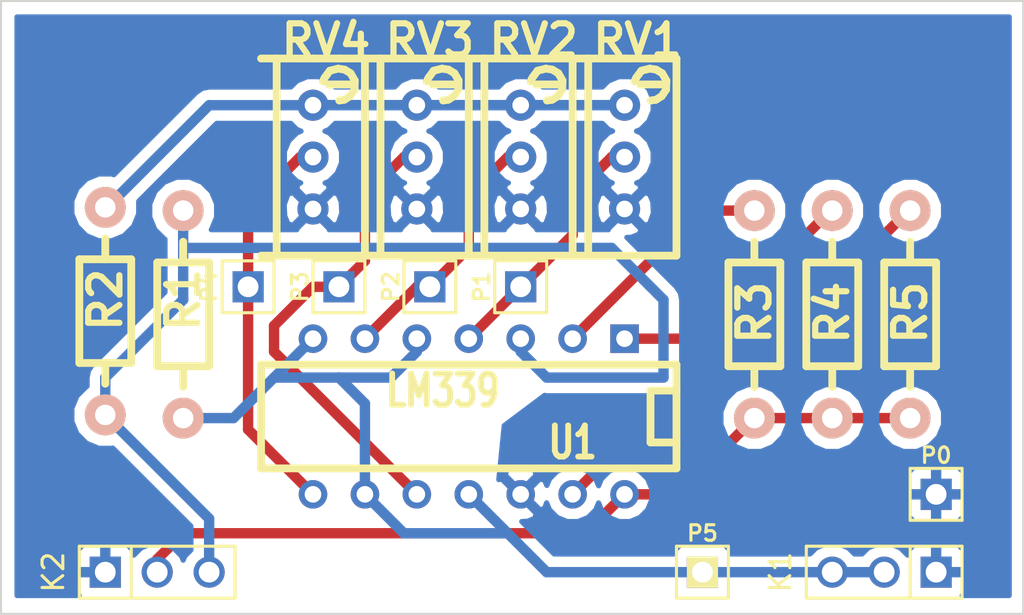
<source format=kicad_pcb>
(kicad_pcb (version 3) (host pcbnew "(2014-04-19 BZR 4810)-product")

  (general
    (links 36)
    (no_connects 0)
    (area 126.31458 74.373 176.530001 104.530001)
    (thickness 1.6)
    (drawings 4)
    (tracks 76)
    (zones 0)
    (modules 18)
    (nets 13)
  )

  (page A4)
  (title_block
    (title "Roland VH to Yamaha DTX adapter")
    (date "20 Apr 2014")
    (rev 1)
  )

  (layers
    (15 F.Cu signal)
    (0 B.Cu signal)
    (20 B.SilkS user)
    (21 F.SilkS user)
    (23 F.Mask user)
    (28 Edge.Cuts user)
  )

  (setup
    (last_trace_width 0.508)
    (user_trace_width 0.254)
    (trace_clearance 0.508)
    (zone_clearance 0.508)
    (zone_45_only no)
    (trace_min 0.508)
    (segment_width 0.2)
    (edge_width 0.1)
    (via_size 1.778)
    (via_drill 1.27)
    (via_min_size 1.778)
    (via_min_drill 0.508)
    (uvia_size 1.016)
    (uvia_drill 0.254)
    (uvias_allowed no)
    (uvia_min_size 1.016)
    (uvia_min_drill 0.127)
    (pcb_text_width 0.3)
    (pcb_text_size 1.5 1.5)
    (mod_edge_width 0.15)
    (mod_text_size 1 1)
    (mod_text_width 0.15)
    (pad_size 1.5 1.5)
    (pad_drill 0.6)
    (pad_to_mask_clearance 0)
    (aux_axis_origin 0 0)
    (grid_origin 126.5 74.5)
    (visible_elements 7FFFFFFF)
    (pcbplotparams
      (layerselection 280002561)
      (usegerberextensions true)
      (excludeedgelayer true)
      (linewidth 0.150000)
      (plotframeref false)
      (viasonmask false)
      (mode 1)
      (useauxorigin false)
      (hpglpennumber 1)
      (hpglpenspeed 20)
      (hpglpendiameter 15)
      (hpglpenoverlay 2)
      (psnegative false)
      (psa4output false)
      (plotreference true)
      (plotvalue true)
      (plotothertext true)
      (plotinvisibletext false)
      (padsonsilk false)
      (subtractmaskfromsilk false)
      (outputformat 1)
      (mirror false)
      (drillshape 0)
      (scaleselection 1)
      (outputdirectory ""))
  )

  (net 0 "")
  (net 1 GND)
  (net 2 +3.3V)
  (net 3 "Net-(K1-Pad2)")
  (net 4 "Net-(K2-Pad2)")
  (net 5 "Net-(R2-Pad2)")
  (net 6 "Net-(R3-Pad1)")
  (net 7 "Net-(R4-Pad1)")
  (net 8 "Net-(R5-Pad1)")
  (net 9 "Net-(P1-Pad1)")
  (net 10 "Net-(P2-Pad1)")
  (net 11 "Net-(P3-Pad1)")
  (net 12 "Net-(P4-Pad1)")

  (net_class Default "Это класс цепей по умолчанию."
    (clearance 0.508)
    (trace_width 0.508)
    (via_dia 1.778)
    (via_drill 1.27)
    (uvia_dia 1.016)
    (uvia_drill 0.254)
    (add_net +3.3V)
    (add_net GND)
    (add_net "Net-(K1-Pad2)")
    (add_net "Net-(K2-Pad2)")
    (add_net "Net-(P1-Pad1)")
    (add_net "Net-(P2-Pad1)")
    (add_net "Net-(P3-Pad1)")
    (add_net "Net-(P4-Pad1)")
    (add_net "Net-(R2-Pad2)")
    (add_net "Net-(R3-Pad1)")
    (add_net "Net-(R4-Pad1)")
    (add_net "Net-(R5-Pad1)")
  )

  (net_class "10mil Track" ""
    (clearance 0.254)
    (trace_width 0.254)
    (via_dia 0.889)
    (via_drill 0.635)
    (uvia_dia 0.508)
    (uvia_drill 0.127)
  )

  (module pin_arrays:pin_array_1x03 (layer F.Cu) (tedit 536EB48E) (tstamp 53543CFF)
    (at 169.68 102.44 180)
    (descr "Connecteur 3 pins")
    (tags "CONN DEV")
    (path /534989AC)
    (fp_text reference K1 (at 5.08 0 270) (layer F.SilkS)
      (effects (font (size 1.016 1.016) (thickness 0.1524)))
    )
    (fp_text value "To VHH" (at 0 1.905 180) (layer F.SilkS) hide
      (effects (font (size 1.016 1.016) (thickness 0.1524)))
    )
    (fp_line (start -3.81 1.27) (end -3.81 -1.27) (layer F.SilkS) (width 0.1524))
    (fp_line (start -3.81 -1.27) (end 3.81 -1.27) (layer F.SilkS) (width 0.1524))
    (fp_line (start 3.81 -1.27) (end 3.81 1.27) (layer F.SilkS) (width 0.1524))
    (fp_line (start 3.81 1.27) (end -3.81 1.27) (layer F.SilkS) (width 0.1524))
    (fp_line (start -1.27 -1.27) (end -1.27 1.27) (layer F.SilkS) (width 0.1524))
    (pad 1 thru_hole rect (at -2.54 0 180) (size 1.524 1.524) (drill 1.016) (layers *.Cu *.Mask)
      (net 1 GND))
    (pad 2 thru_hole circle (at 0 0 180) (size 1.524 1.524) (drill 1.016) (layers *.Cu *.Mask)
      (net 3 "Net-(K1-Pad2)"))
    (pad 3 thru_hole circle (at 2.54 0 180) (size 1.524 1.524) (drill 1.016) (layers *.Cu *.Mask)
      (net 3 "Net-(K1-Pad2)"))
    (model pin_array/pins_array_3x1.wrl
      (at (xyz 0 0 0))
      (scale (xyz 1 1 1))
      (rotate (xyz 0 0 0))
    )
  )

  (module pin_arrays:pin_array_1x03 (layer F.Cu) (tedit 536ECB07) (tstamp 53543D06)
    (at 134.12 102.44)
    (descr "Connecteur 3 pins")
    (tags "CONN DEV")
    (path /534989BB)
    (fp_text reference K2 (at -5.08 0 90) (layer F.SilkS)
      (effects (font (size 1.016 1.016) (thickness 0.1524)))
    )
    (fp_text value "To DTX" (at 0 -2.159) (layer F.SilkS) hide
      (effects (font (size 1.016 1.016) (thickness 0.1524)))
    )
    (fp_line (start -3.81 1.27) (end -3.81 -1.27) (layer F.SilkS) (width 0.1524))
    (fp_line (start -3.81 -1.27) (end 3.81 -1.27) (layer F.SilkS) (width 0.1524))
    (fp_line (start 3.81 -1.27) (end 3.81 1.27) (layer F.SilkS) (width 0.1524))
    (fp_line (start 3.81 1.27) (end -3.81 1.27) (layer F.SilkS) (width 0.1524))
    (fp_line (start -1.27 -1.27) (end -1.27 1.27) (layer F.SilkS) (width 0.1524))
    (pad 1 thru_hole rect (at -2.54 0) (size 1.524 1.524) (drill 1.016) (layers *.Cu *.Mask)
      (net 1 GND))
    (pad 2 thru_hole circle (at 0 0) (size 1.524 1.524) (drill 1.016) (layers *.Cu *.Mask)
      (net 4 "Net-(K2-Pad2)"))
    (pad 3 thru_hole circle (at 2.54 0) (size 1.524 1.524) (drill 1.016) (layers *.Cu *.Mask)
      (net 2 +3.3V))
    (model pin_array/pins_array_3x1.wrl
      (at (xyz 0 0 0))
      (scale (xyz 1 1 1))
      (rotate (xyz 0 0 0))
    )
  )

  (module res2:Resistor_Horizontal_RM10mm (layer F.Cu) (tedit 536EB513) (tstamp 53543D0C)
    (at 135.39 89.74 270)
    (descr "Resistor, Axial,  RM 10mm, 1/3W,")
    (tags "Resistor, Axial, RM 10mm, 1/3W,")
    (path /5349873D)
    (fp_text reference R1 (at -0.635 0 270) (layer F.SilkS)
      (effects (font (thickness 0.3048)))
    )
    (fp_text value 100k (at 0 5.715 270) (layer F.SilkS) hide
      (effects (font (size 1.50114 1.50114) (thickness 0.20066)))
    )
    (fp_line (start -2.46126 0) (end -3.47726 0) (layer F.SilkS) (width 0.381))
    (fp_line (start 2.61874 0) (end 3.63474 0) (layer F.SilkS) (width 0.381))
    (fp_line (start -2.46126 -1.27) (end 2.61874 -1.27) (layer F.SilkS) (width 0.381))
    (fp_line (start 2.61874 -1.27) (end 2.61874 1.27) (layer F.SilkS) (width 0.381))
    (fp_line (start 2.61874 1.27) (end -2.46126 1.27) (layer F.SilkS) (width 0.381))
    (fp_line (start -2.46126 1.27) (end -2.46126 -1.27) (layer F.SilkS) (width 0.381))
    (pad 1 thru_hole circle (at -5.00126 0 270) (size 1.99898 1.99898) (drill 1.00076) (layers *.Cu *.SilkS *.Mask)
      (net 2 +3.3V))
    (pad 2 thru_hole circle (at 5.15874 0 270) (size 1.99898 1.99898) (drill 1.00076) (layers *.Cu *.SilkS *.Mask)
      (net 3 "Net-(K1-Pad2)"))
  )

  (module res2:Resistor_Horizontal_RM10mm (layer F.Cu) (tedit 536EB517) (tstamp 53543D12)
    (at 131.58 89.74 90)
    (descr "Resistor, Axial,  RM 10mm, 1/3W,")
    (tags "Resistor, Axial, RM 10mm, 1/3W,")
    (path /5349872E)
    (fp_text reference R2 (at 0.635 0 90) (layer F.SilkS)
      (effects (font (thickness 0.3048)))
    )
    (fp_text value 100k (at 0 1.905 90) (layer F.SilkS) hide
      (effects (font (size 1.50114 1.50114) (thickness 0.20066)))
    )
    (fp_line (start -2.46126 0) (end -3.47726 0) (layer F.SilkS) (width 0.381))
    (fp_line (start 2.61874 0) (end 3.63474 0) (layer F.SilkS) (width 0.381))
    (fp_line (start -2.46126 -1.27) (end 2.61874 -1.27) (layer F.SilkS) (width 0.381))
    (fp_line (start 2.61874 -1.27) (end 2.61874 1.27) (layer F.SilkS) (width 0.381))
    (fp_line (start 2.61874 1.27) (end -2.46126 1.27) (layer F.SilkS) (width 0.381))
    (fp_line (start -2.46126 1.27) (end -2.46126 -1.27) (layer F.SilkS) (width 0.381))
    (pad 1 thru_hole circle (at -5.00126 0 90) (size 1.99898 1.99898) (drill 1.00076) (layers *.Cu *.SilkS *.Mask)
      (net 2 +3.3V))
    (pad 2 thru_hole circle (at 5.15874 0 90) (size 1.99898 1.99898) (drill 1.00076) (layers *.Cu *.SilkS *.Mask)
      (net 5 "Net-(R2-Pad2)"))
  )

  (module res2:Resistor_Horizontal_RM10mm (layer F.Cu) (tedit 536EB990) (tstamp 53544DD9)
    (at 163.33 89.74 270)
    (descr "Resistor, Axial,  RM 10mm, 1/3W,")
    (tags "Resistor, Axial, RM 10mm, 1/3W,")
    (path /53498543)
    (fp_text reference R3 (at 0 0 270) (layer F.SilkS)
      (effects (font (thickness 0.3048)))
    )
    (fp_text value 150k (at 0.635 1.905 270) (layer F.SilkS) hide
      (effects (font (size 1.50114 1.50114) (thickness 0.20066)))
    )
    (fp_line (start -2.46126 0) (end -3.47726 0) (layer F.SilkS) (width 0.381))
    (fp_line (start 2.61874 0) (end 3.63474 0) (layer F.SilkS) (width 0.381))
    (fp_line (start -2.46126 -1.27) (end 2.61874 -1.27) (layer F.SilkS) (width 0.381))
    (fp_line (start 2.61874 -1.27) (end 2.61874 1.27) (layer F.SilkS) (width 0.381))
    (fp_line (start 2.61874 1.27) (end -2.46126 1.27) (layer F.SilkS) (width 0.381))
    (fp_line (start -2.46126 1.27) (end -2.46126 -1.27) (layer F.SilkS) (width 0.381))
    (pad 1 thru_hole circle (at -5.00126 0 270) (size 1.99898 1.99898) (drill 1.00076) (layers *.Cu *.SilkS *.Mask)
      (net 6 "Net-(R3-Pad1)"))
    (pad 2 thru_hole circle (at 5.15874 0 270) (size 1.99898 1.99898) (drill 1.00076) (layers *.Cu *.SilkS *.Mask)
      (net 4 "Net-(K2-Pad2)"))
  )

  (module res2:Resistor_Horizontal_RM10mm (layer F.Cu) (tedit 536EB505) (tstamp 53543D1E)
    (at 167.14 89.74 270)
    (descr "Resistor, Axial,  RM 10mm, 1/3W,")
    (tags "Resistor, Axial, RM 10mm, 1/3W,")
    (path /53498552)
    (fp_text reference R4 (at 0 0 270) (layer F.SilkS)
      (effects (font (thickness 0.3048)))
    )
    (fp_text value 47k (at 0 1.905 270) (layer F.SilkS) hide
      (effects (font (size 1.50114 1.50114) (thickness 0.20066)))
    )
    (fp_line (start -2.46126 0) (end -3.47726 0) (layer F.SilkS) (width 0.381))
    (fp_line (start 2.61874 0) (end 3.63474 0) (layer F.SilkS) (width 0.381))
    (fp_line (start -2.46126 -1.27) (end 2.61874 -1.27) (layer F.SilkS) (width 0.381))
    (fp_line (start 2.61874 -1.27) (end 2.61874 1.27) (layer F.SilkS) (width 0.381))
    (fp_line (start 2.61874 1.27) (end -2.46126 1.27) (layer F.SilkS) (width 0.381))
    (fp_line (start -2.46126 1.27) (end -2.46126 -1.27) (layer F.SilkS) (width 0.381))
    (pad 1 thru_hole circle (at -5.00126 0 270) (size 1.99898 1.99898) (drill 1.00076) (layers *.Cu *.SilkS *.Mask)
      (net 7 "Net-(R4-Pad1)"))
    (pad 2 thru_hole circle (at 5.15874 0 270) (size 1.99898 1.99898) (drill 1.00076) (layers *.Cu *.SilkS *.Mask)
      (net 4 "Net-(K2-Pad2)"))
  )

  (module res2:Resistor_Horizontal_RM10mm (layer F.Cu) (tedit 536EB98D) (tstamp 53543D24)
    (at 170.95 89.74 270)
    (descr "Resistor, Axial,  RM 10mm, 1/3W,")
    (tags "Resistor, Axial, RM 10mm, 1/3W,")
    (path /53498561)
    (fp_text reference R5 (at 0 0 270) (layer F.SilkS)
      (effects (font (thickness 0.3048)))
    )
    (fp_text value 10k (at 0 1.905 270) (layer F.SilkS) hide
      (effects (font (size 1.50114 1.50114) (thickness 0.20066)))
    )
    (fp_line (start -2.46126 0) (end -3.47726 0) (layer F.SilkS) (width 0.381))
    (fp_line (start 2.61874 0) (end 3.63474 0) (layer F.SilkS) (width 0.381))
    (fp_line (start -2.46126 -1.27) (end 2.61874 -1.27) (layer F.SilkS) (width 0.381))
    (fp_line (start 2.61874 -1.27) (end 2.61874 1.27) (layer F.SilkS) (width 0.381))
    (fp_line (start 2.61874 1.27) (end -2.46126 1.27) (layer F.SilkS) (width 0.381))
    (fp_line (start -2.46126 1.27) (end -2.46126 -1.27) (layer F.SilkS) (width 0.381))
    (pad 1 thru_hole circle (at -5.00126 0 270) (size 1.99898 1.99898) (drill 1.00076) (layers *.Cu *.SilkS *.Mask)
      (net 8 "Net-(R5-Pad1)"))
    (pad 2 thru_hole circle (at 5.15874 0 270) (size 1.99898 1.99898) (drill 1.00076) (layers *.Cu *.SilkS *.Mask)
      (net 4 "Net-(K2-Pad2)"))
  )

  (module pots:Potentiometer_Bourns_3296W_3-8Zoll_Inline_ScrewUp (layer F.Cu) (tedit 536EB567) (tstamp 53544A0C)
    (at 156.98 82.12 180)
    (descr "Potentiometer, Trimmer, Bourns 3296W, 3/8 Inch, Inline, Screw up,")
    (tags "Potentiometer, Trimmer, Bourns 3296W, 3/8 Inch, Inline, Screw up")
    (path /5349874C)
    (fp_text reference RV1 (at -0.635 5.715 360) (layer F.SilkS)
      (effects (font (thickness 0.3048)))
    )
    (fp_text value 100k (at 2.54 0 450) (layer F.SilkS) hide
      (effects (font (thickness 0.3048)))
    )
    (fp_line (start -2.032 3.556) (end -0.762 3.556) (layer F.SilkS) (width 0.381))
    (fp_line (start -1.2827 2.7686) (end -1.5367 2.8067) (layer F.SilkS) (width 0.381))
    (fp_line (start -1.5367 2.8067) (end -1.8161 2.9845) (layer F.SilkS) (width 0.381))
    (fp_line (start -1.8161 2.9845) (end -2.032 3.302) (layer F.SilkS) (width 0.381))
    (fp_line (start -2.032 3.302) (end -2.0447 3.7465) (layer F.SilkS) (width 0.381))
    (fp_line (start -2.0447 3.7465) (end -1.8415 4.1021) (layer F.SilkS) (width 0.381))
    (fp_line (start -1.8415 4.1021) (end -1.5494 4.2799) (layer F.SilkS) (width 0.381))
    (fp_line (start -1.5494 4.2799) (end -1.2319 4.3307) (layer F.SilkS) (width 0.381))
    (fp_line (start -1.2319 4.3307) (end -0.8255 4.2291) (layer F.SilkS) (width 0.381))
    (fp_line (start -0.8255 4.2291) (end -0.5715 3.8862) (layer F.SilkS) (width 0.381))
    (fp_line (start -0.5715 3.8862) (end -0.4826 3.7084) (layer F.SilkS) (width 0.381))
    (fp_line (start 1.778 -4.826) (end 1.778 4.826) (layer F.SilkS) (width 0.381))
    (fp_line (start -1.27 4.826) (end -2.54 4.826) (layer F.SilkS) (width 0.381))
    (fp_line (start -2.54 4.826) (end -2.54 -4.826) (layer F.SilkS) (width 0.381))
    (fp_line (start -2.54 -4.826) (end 2.54 -4.826) (layer F.SilkS) (width 0.381))
    (fp_line (start 2.54 4.826) (end 0 4.826) (layer F.SilkS) (width 0.381))
    (fp_line (start 0 4.826) (end -1.27 4.826) (layer F.SilkS) (width 0.381))
    (pad 2 thru_hole circle (at 0 0 180) (size 1.524 1.524) (drill 0.8128) (layers *.Cu *.Mask)
      (net 9 "Net-(P1-Pad1)"))
    (pad 3 thru_hole circle (at 0 -2.54 180) (size 1.524 1.524) (drill 0.8128) (layers *.Cu *.Mask)
      (net 1 GND))
    (pad 1 thru_hole circle (at 0 2.54 180) (size 1.524 1.524) (drill 0.8128) (layers *.Cu *.Mask)
      (net 5 "Net-(R2-Pad2)"))
  )

  (module pots:Potentiometer_Bourns_3296W_3-8Zoll_Inline_ScrewUp (layer F.Cu) (tedit 536EB56A) (tstamp 535449F3)
    (at 151.9 82.12 180)
    (descr "Potentiometer, Trimmer, Bourns 3296W, 3/8 Inch, Inline, Screw up,")
    (tags "Potentiometer, Trimmer, Bourns 3296W, 3/8 Inch, Inline, Screw up")
    (path /5349875B)
    (fp_text reference RV2 (at -0.635 5.715 360) (layer F.SilkS)
      (effects (font (thickness 0.3048)))
    )
    (fp_text value 100k (at 1.905 0 270) (layer F.SilkS) hide
      (effects (font (thickness 0.3048)))
    )
    (fp_line (start -2.032 3.556) (end -0.762 3.556) (layer F.SilkS) (width 0.381))
    (fp_line (start -1.2827 2.7686) (end -1.5367 2.8067) (layer F.SilkS) (width 0.381))
    (fp_line (start -1.5367 2.8067) (end -1.8161 2.9845) (layer F.SilkS) (width 0.381))
    (fp_line (start -1.8161 2.9845) (end -2.032 3.302) (layer F.SilkS) (width 0.381))
    (fp_line (start -2.032 3.302) (end -2.0447 3.7465) (layer F.SilkS) (width 0.381))
    (fp_line (start -2.0447 3.7465) (end -1.8415 4.1021) (layer F.SilkS) (width 0.381))
    (fp_line (start -1.8415 4.1021) (end -1.5494 4.2799) (layer F.SilkS) (width 0.381))
    (fp_line (start -1.5494 4.2799) (end -1.2319 4.3307) (layer F.SilkS) (width 0.381))
    (fp_line (start -1.2319 4.3307) (end -0.8255 4.2291) (layer F.SilkS) (width 0.381))
    (fp_line (start -0.8255 4.2291) (end -0.5715 3.8862) (layer F.SilkS) (width 0.381))
    (fp_line (start -0.5715 3.8862) (end -0.4826 3.7084) (layer F.SilkS) (width 0.381))
    (fp_line (start 1.778 -4.826) (end 1.778 4.826) (layer F.SilkS) (width 0.381))
    (fp_line (start -1.27 4.826) (end -2.54 4.826) (layer F.SilkS) (width 0.381))
    (fp_line (start -2.54 4.826) (end -2.54 -4.826) (layer F.SilkS) (width 0.381))
    (fp_line (start -2.54 -4.826) (end 2.54 -4.826) (layer F.SilkS) (width 0.381))
    (fp_line (start 2.54 4.826) (end 0 4.826) (layer F.SilkS) (width 0.381))
    (fp_line (start 0 4.826) (end -1.27 4.826) (layer F.SilkS) (width 0.381))
    (pad 2 thru_hole circle (at 0 0 180) (size 1.524 1.524) (drill 0.8128) (layers *.Cu *.Mask)
      (net 10 "Net-(P2-Pad1)"))
    (pad 3 thru_hole circle (at 0 -2.54 180) (size 1.524 1.524) (drill 0.8128) (layers *.Cu *.Mask)
      (net 1 GND))
    (pad 1 thru_hole circle (at 0 2.54 180) (size 1.524 1.524) (drill 0.8128) (layers *.Cu *.Mask)
      (net 5 "Net-(R2-Pad2)"))
  )

  (module pots:Potentiometer_Bourns_3296W_3-8Zoll_Inline_ScrewUp (layer F.Cu) (tedit 536EB56D) (tstamp 53543D39)
    (at 146.82 82.12 180)
    (descr "Potentiometer, Trimmer, Bourns 3296W, 3/8 Inch, Inline, Screw up,")
    (tags "Potentiometer, Trimmer, Bourns 3296W, 3/8 Inch, Inline, Screw up")
    (path /5349876A)
    (fp_text reference RV3 (at -0.635 5.715 360) (layer F.SilkS)
      (effects (font (thickness 0.3048)))
    )
    (fp_text value 100k (at 1.905 0 270) (layer F.SilkS) hide
      (effects (font (thickness 0.3048)))
    )
    (fp_line (start -2.032 3.556) (end -0.762 3.556) (layer F.SilkS) (width 0.381))
    (fp_line (start -1.2827 2.7686) (end -1.5367 2.8067) (layer F.SilkS) (width 0.381))
    (fp_line (start -1.5367 2.8067) (end -1.8161 2.9845) (layer F.SilkS) (width 0.381))
    (fp_line (start -1.8161 2.9845) (end -2.032 3.302) (layer F.SilkS) (width 0.381))
    (fp_line (start -2.032 3.302) (end -2.0447 3.7465) (layer F.SilkS) (width 0.381))
    (fp_line (start -2.0447 3.7465) (end -1.8415 4.1021) (layer F.SilkS) (width 0.381))
    (fp_line (start -1.8415 4.1021) (end -1.5494 4.2799) (layer F.SilkS) (width 0.381))
    (fp_line (start -1.5494 4.2799) (end -1.2319 4.3307) (layer F.SilkS) (width 0.381))
    (fp_line (start -1.2319 4.3307) (end -0.8255 4.2291) (layer F.SilkS) (width 0.381))
    (fp_line (start -0.8255 4.2291) (end -0.5715 3.8862) (layer F.SilkS) (width 0.381))
    (fp_line (start -0.5715 3.8862) (end -0.4826 3.7084) (layer F.SilkS) (width 0.381))
    (fp_line (start 1.778 -4.826) (end 1.778 4.826) (layer F.SilkS) (width 0.381))
    (fp_line (start -1.27 4.826) (end -2.54 4.826) (layer F.SilkS) (width 0.381))
    (fp_line (start -2.54 4.826) (end -2.54 -4.826) (layer F.SilkS) (width 0.381))
    (fp_line (start -2.54 -4.826) (end 2.54 -4.826) (layer F.SilkS) (width 0.381))
    (fp_line (start 2.54 4.826) (end 0 4.826) (layer F.SilkS) (width 0.381))
    (fp_line (start 0 4.826) (end -1.27 4.826) (layer F.SilkS) (width 0.381))
    (pad 2 thru_hole circle (at 0 0 180) (size 1.524 1.524) (drill 0.8128) (layers *.Cu *.Mask)
      (net 11 "Net-(P3-Pad1)"))
    (pad 3 thru_hole circle (at 0 -2.54 180) (size 1.524 1.524) (drill 0.8128) (layers *.Cu *.Mask)
      (net 1 GND))
    (pad 1 thru_hole circle (at 0 2.54 180) (size 1.524 1.524) (drill 0.8128) (layers *.Cu *.Mask)
      (net 5 "Net-(R2-Pad2)"))
  )

  (module pots:Potentiometer_Bourns_3296W_3-8Zoll_Inline_ScrewUp (layer F.Cu) (tedit 536EB56F) (tstamp 536EAD1E)
    (at 141.74 82.12 180)
    (descr "Potentiometer, Trimmer, Bourns 3296W, 3/8 Inch, Inline, Screw up,")
    (tags "Potentiometer, Trimmer, Bourns 3296W, 3/8 Inch, Inline, Screw up")
    (path /53498779)
    (fp_text reference RV4 (at -0.635 5.715 360) (layer F.SilkS)
      (effects (font (thickness 0.3048)))
    )
    (fp_text value 100k (at 1.905 0 270) (layer F.SilkS) hide
      (effects (font (thickness 0.3048)))
    )
    (fp_line (start -2.032 3.556) (end -0.762 3.556) (layer F.SilkS) (width 0.381))
    (fp_line (start -1.2827 2.7686) (end -1.5367 2.8067) (layer F.SilkS) (width 0.381))
    (fp_line (start -1.5367 2.8067) (end -1.8161 2.9845) (layer F.SilkS) (width 0.381))
    (fp_line (start -1.8161 2.9845) (end -2.032 3.302) (layer F.SilkS) (width 0.381))
    (fp_line (start -2.032 3.302) (end -2.0447 3.7465) (layer F.SilkS) (width 0.381))
    (fp_line (start -2.0447 3.7465) (end -1.8415 4.1021) (layer F.SilkS) (width 0.381))
    (fp_line (start -1.8415 4.1021) (end -1.5494 4.2799) (layer F.SilkS) (width 0.381))
    (fp_line (start -1.5494 4.2799) (end -1.2319 4.3307) (layer F.SilkS) (width 0.381))
    (fp_line (start -1.2319 4.3307) (end -0.8255 4.2291) (layer F.SilkS) (width 0.381))
    (fp_line (start -0.8255 4.2291) (end -0.5715 3.8862) (layer F.SilkS) (width 0.381))
    (fp_line (start -0.5715 3.8862) (end -0.4826 3.7084) (layer F.SilkS) (width 0.381))
    (fp_line (start 1.778 -4.826) (end 1.778 4.826) (layer F.SilkS) (width 0.381))
    (fp_line (start -1.27 4.826) (end -2.54 4.826) (layer F.SilkS) (width 0.381))
    (fp_line (start -2.54 4.826) (end -2.54 -4.826) (layer F.SilkS) (width 0.381))
    (fp_line (start -2.54 -4.826) (end 2.54 -4.826) (layer F.SilkS) (width 0.381))
    (fp_line (start 2.54 4.826) (end 0 4.826) (layer F.SilkS) (width 0.381))
    (fp_line (start 0 4.826) (end -1.27 4.826) (layer F.SilkS) (width 0.381))
    (pad 2 thru_hole circle (at 0 0 180) (size 1.524 1.524) (drill 0.8128) (layers *.Cu *.Mask)
      (net 12 "Net-(P4-Pad1)"))
    (pad 3 thru_hole circle (at 0 -2.54 180) (size 1.524 1.524) (drill 0.8128) (layers *.Cu *.Mask)
      (net 1 GND))
    (pad 1 thru_hole circle (at 0 2.54 180) (size 1.524 1.524) (drill 0.8128) (layers *.Cu *.Mask)
      (net 5 "Net-(R2-Pad2)"))
  )

  (module socket_dip:DIP-14__300 (layer F.Cu) (tedit 53543CCD) (tstamp 53543D52)
    (at 149.36 94.82 180)
    (descr "14 pins DIL package, round pads")
    (tags DIL)
    (path /53498312)
    (fp_text reference U1 (at -5.08 -1.27 180) (layer F.SilkS)
      (effects (font (size 1.524 1.143) (thickness 0.3048)))
    )
    (fp_text value LM339 (at 1.27 1.27 180) (layer F.SilkS)
      (effects (font (size 1.524 1.143) (thickness 0.3048)))
    )
    (fp_line (start -10.16 -2.54) (end 10.16 -2.54) (layer F.SilkS) (width 0.381))
    (fp_line (start 10.16 2.54) (end -10.16 2.54) (layer F.SilkS) (width 0.381))
    (fp_line (start -10.16 2.54) (end -10.16 -2.54) (layer F.SilkS) (width 0.381))
    (fp_line (start -10.16 -1.27) (end -8.89 -1.27) (layer F.SilkS) (width 0.381))
    (fp_line (start -8.89 -1.27) (end -8.89 1.27) (layer F.SilkS) (width 0.381))
    (fp_line (start -8.89 1.27) (end -10.16 1.27) (layer F.SilkS) (width 0.381))
    (fp_line (start 10.16 -2.54) (end 10.16 2.54) (layer F.SilkS) (width 0.381))
    (pad 1 thru_hole rect (at -7.62 3.81 180) (size 1.397 1.397) (drill 0.8128) (layers *.Cu *.Mask)
      (net 7 "Net-(R4-Pad1)"))
    (pad 2 thru_hole circle (at -5.08 3.81 180) (size 1.397 1.397) (drill 0.8128) (layers *.Cu *.Mask)
      (net 6 "Net-(R3-Pad1)"))
    (pad 3 thru_hole circle (at -2.54 3.81 180) (size 1.397 1.397) (drill 0.8128) (layers *.Cu *.Mask)
      (net 2 +3.3V))
    (pad 4 thru_hole circle (at 0 3.81 180) (size 1.397 1.397) (drill 0.8128) (layers *.Cu *.Mask)
      (net 9 "Net-(P1-Pad1)"))
    (pad 5 thru_hole circle (at 2.54 3.81 180) (size 1.397 1.397) (drill 0.8128) (layers *.Cu *.Mask)
      (net 3 "Net-(K1-Pad2)"))
    (pad 6 thru_hole circle (at 5.08 3.81 180) (size 1.397 1.397) (drill 0.8128) (layers *.Cu *.Mask)
      (net 10 "Net-(P2-Pad1)"))
    (pad 7 thru_hole circle (at 7.62 3.81 180) (size 1.397 1.397) (drill 0.8128) (layers *.Cu *.Mask)
      (net 3 "Net-(K1-Pad2)"))
    (pad 8 thru_hole circle (at 7.62 -3.81 180) (size 1.397 1.397) (drill 0.8128) (layers *.Cu *.Mask)
      (net 12 "Net-(P4-Pad1)"))
    (pad 9 thru_hole circle (at 5.08 -3.81 180) (size 1.397 1.397) (drill 0.8128) (layers *.Cu *.Mask)
      (net 3 "Net-(K1-Pad2)"))
    (pad 10 thru_hole circle (at 2.54 -3.81 180) (size 1.397 1.397) (drill 0.8128) (layers *.Cu *.Mask)
      (net 11 "Net-(P3-Pad1)"))
    (pad 11 thru_hole circle (at 0 -3.81 180) (size 1.397 1.397) (drill 0.8128) (layers *.Cu *.Mask)
      (net 3 "Net-(K1-Pad2)"))
    (pad 12 thru_hole circle (at -2.54 -3.81 180) (size 1.397 1.397) (drill 0.8128) (layers *.Cu *.Mask)
      (net 1 GND))
    (pad 13 thru_hole circle (at -5.08 -3.81 180) (size 1.397 1.397) (drill 0.8128) (layers *.Cu *.Mask)
      (net 8 "Net-(R5-Pad1)"))
    (pad 14 thru_hole circle (at -7.62 -3.81 180) (size 1.397 1.397) (drill 0.8128) (layers *.Cu *.Mask)
      (net 4 "Net-(K2-Pad2)"))
    (model dil/dil_14.wrl
      (at (xyz 0 0 0))
      (scale (xyz 1 1 1))
      (rotate (xyz 0 0 0))
    )
  )

  (module pin_arrays:pin_array_1x01 (layer F.Cu) (tedit 536E9670) (tstamp 536E9684)
    (at 172.22 98.63)
    (descr "1 pin")
    (tags "CONN DEV")
    (path /536EB008)
    (fp_text reference P0 (at 0 -1.905) (layer F.SilkS)
      (effects (font (size 0.762 0.762) (thickness 0.1524)))
    )
    (fp_text value " " (at 0 -1.905) (layer F.SilkS) hide
      (effects (font (size 0.762 0.762) (thickness 0.1524)))
    )
    (fp_line (start 1.27 1.27) (end -1.27 1.27) (layer F.SilkS) (width 0.1524))
    (fp_line (start -1.27 -1.27) (end 1.27 -1.27) (layer F.SilkS) (width 0.1524))
    (fp_line (start -1.27 1.27) (end -1.27 -1.27) (layer F.SilkS) (width 0.1524))
    (fp_line (start 1.27 -1.27) (end 1.27 1.27) (layer F.SilkS) (width 0.1524))
    (pad 1 thru_hole rect (at 0 0) (size 1.524 1.524) (drill 1.016) (layers *.Cu *.Mask)
      (net 1 GND))
    (model pin_array\pin_1.wrl
      (at (xyz 0 0 0))
      (scale (xyz 1 1 1))
      (rotate (xyz 0 0 0))
    )
  )

  (module pin_arrays:pin_array_1x01 (layer F.Cu) (tedit 536EA856) (tstamp 536E9689)
    (at 151.9 88.47)
    (descr "1 pin")
    (tags "CONN DEV")
    (path /536E9597)
    (fp_text reference P1 (at -1.905 0 90) (layer F.SilkS)
      (effects (font (size 0.762 0.762) (thickness 0.1524)))
    )
    (fp_text value " " (at 0 -1.905) (layer F.SilkS) hide
      (effects (font (size 0.762 0.762) (thickness 0.1524)))
    )
    (fp_line (start 1.27 1.27) (end -1.27 1.27) (layer F.SilkS) (width 0.1524))
    (fp_line (start -1.27 -1.27) (end 1.27 -1.27) (layer F.SilkS) (width 0.1524))
    (fp_line (start -1.27 1.27) (end -1.27 -1.27) (layer F.SilkS) (width 0.1524))
    (fp_line (start 1.27 -1.27) (end 1.27 1.27) (layer F.SilkS) (width 0.1524))
    (pad 1 thru_hole rect (at 0 0) (size 1.524 1.524) (drill 1.016) (layers *.Cu *.Mask)
      (net 9 "Net-(P1-Pad1)"))
    (model pin_array\pin_1.wrl
      (at (xyz 0 0 0))
      (scale (xyz 1 1 1))
      (rotate (xyz 0 0 0))
    )
  )

  (module pin_arrays:pin_array_1x01 (layer F.Cu) (tedit 536EA851) (tstamp 536E968E)
    (at 147.455 88.47)
    (descr "1 pin")
    (tags "CONN DEV")
    (path /536E95AB)
    (fp_text reference P2 (at -1.905 0 90) (layer F.SilkS)
      (effects (font (size 0.762 0.762) (thickness 0.1524)))
    )
    (fp_text value " " (at 0 -1.905) (layer F.SilkS) hide
      (effects (font (size 0.762 0.762) (thickness 0.1524)))
    )
    (fp_line (start 1.27 1.27) (end -1.27 1.27) (layer F.SilkS) (width 0.1524))
    (fp_line (start -1.27 -1.27) (end 1.27 -1.27) (layer F.SilkS) (width 0.1524))
    (fp_line (start -1.27 1.27) (end -1.27 -1.27) (layer F.SilkS) (width 0.1524))
    (fp_line (start 1.27 -1.27) (end 1.27 1.27) (layer F.SilkS) (width 0.1524))
    (pad 1 thru_hole rect (at 0 0) (size 1.524 1.524) (drill 1.016) (layers *.Cu *.Mask)
      (net 10 "Net-(P2-Pad1)"))
    (model pin_array\pin_1.wrl
      (at (xyz 0 0 0))
      (scale (xyz 1 1 1))
      (rotate (xyz 0 0 0))
    )
  )

  (module pin_arrays:pin_array_1x01 (layer F.Cu) (tedit 536EA84D) (tstamp 536E9693)
    (at 143.01 88.47)
    (descr "1 pin")
    (tags "CONN DEV")
    (path /536E95BF)
    (fp_text reference P3 (at -1.905 0 90) (layer F.SilkS)
      (effects (font (size 0.762 0.762) (thickness 0.1524)))
    )
    (fp_text value " " (at 0 -1.905) (layer F.SilkS) hide
      (effects (font (size 0.762 0.762) (thickness 0.1524)))
    )
    (fp_line (start 1.27 1.27) (end -1.27 1.27) (layer F.SilkS) (width 0.1524))
    (fp_line (start -1.27 -1.27) (end 1.27 -1.27) (layer F.SilkS) (width 0.1524))
    (fp_line (start -1.27 1.27) (end -1.27 -1.27) (layer F.SilkS) (width 0.1524))
    (fp_line (start 1.27 -1.27) (end 1.27 1.27) (layer F.SilkS) (width 0.1524))
    (pad 1 thru_hole rect (at 0 0) (size 1.524 1.524) (drill 1.016) (layers *.Cu *.Mask)
      (net 11 "Net-(P3-Pad1)"))
    (model pin_array\pin_1.wrl
      (at (xyz 0 0 0))
      (scale (xyz 1 1 1))
      (rotate (xyz 0 0 0))
    )
  )

  (module pin_arrays:pin_array_1x01 (layer F.Cu) (tedit 536EA849) (tstamp 536E9698)
    (at 138.565 88.47)
    (descr "1 pin")
    (tags "CONN DEV")
    (path /536E95D3)
    (fp_text reference P4 (at -1.905 0 90) (layer F.SilkS)
      (effects (font (size 0.762 0.762) (thickness 0.1524)))
    )
    (fp_text value " " (at 0 -1.905) (layer F.SilkS) hide
      (effects (font (size 0.762 0.762) (thickness 0.1524)))
    )
    (fp_line (start 1.27 1.27) (end -1.27 1.27) (layer F.SilkS) (width 0.1524))
    (fp_line (start -1.27 -1.27) (end 1.27 -1.27) (layer F.SilkS) (width 0.1524))
    (fp_line (start -1.27 1.27) (end -1.27 -1.27) (layer F.SilkS) (width 0.1524))
    (fp_line (start 1.27 -1.27) (end 1.27 1.27) (layer F.SilkS) (width 0.1524))
    (pad 1 thru_hole rect (at 0 0) (size 1.524 1.524) (drill 1.016) (layers *.Cu *.Mask)
      (net 12 "Net-(P4-Pad1)"))
    (model pin_array\pin_1.wrl
      (at (xyz 0 0 0))
      (scale (xyz 1 1 1))
      (rotate (xyz 0 0 0))
    )
  )

  (module pin_arrays:pin_array_1x01 (layer F.Cu) (tedit 536EB3C6) (tstamp 536EB3DE)
    (at 160.79 102.44)
    (descr "1 pin")
    (tags "CONN DEV")
    (path /536E9582)
    (fp_text reference P5 (at 0 -1.905) (layer F.SilkS)
      (effects (font (size 0.762 0.762) (thickness 0.1524)))
    )
    (fp_text value " " (at 0 -1.905) (layer F.SilkS) hide
      (effects (font (size 0.762 0.762) (thickness 0.1524)))
    )
    (fp_line (start 1.27 1.27) (end -1.27 1.27) (layer F.SilkS) (width 0.1524))
    (fp_line (start -1.27 -1.27) (end 1.27 -1.27) (layer F.SilkS) (width 0.1524))
    (fp_line (start -1.27 1.27) (end -1.27 -1.27) (layer F.SilkS) (width 0.1524))
    (fp_line (start 1.27 -1.27) (end 1.27 1.27) (layer F.SilkS) (width 0.1524))
    (pad 1 thru_hole rect (at 0 0) (size 1.524 1.524) (drill 1.016) (layers *.Cu *.Mask F.SilkS)
      (net 3 "Net-(K1-Pad2)"))
    (model pin_array\pin_1.wrl
      (at (xyz 0 0 0))
      (scale (xyz 1 1 1))
      (rotate (xyz 0 0 0))
    )
  )

  (gr_line (start 176.48 74.48) (end 126.48 74.48) (angle 90) (layer Edge.Cuts) (width 0.1))
  (gr_line (start 176.48 104.48) (end 176.48 74.48) (angle 90) (layer Edge.Cuts) (width 0.1))
  (gr_line (start 126.48 104.48) (end 176.48 104.48) (angle 90) (layer Edge.Cuts) (width 0.1))
  (gr_line (start 126.48 74.48) (end 126.48 104.48) (angle 90) (layer Edge.Cuts) (width 0.1))

  (segment (start 136.66 99.82126) (end 131.58 94.74126) (width 0.508) (layer B.Cu) (net 2) (tstamp 536E9825))
  (segment (start 136.66 102.44) (end 136.66 99.82126) (width 0.508) (layer B.Cu) (net 2))
  (segment (start 131.58 94.74126) (end 131.58 92.915) (width 0.508) (layer B.Cu) (net 2))
  (segment (start 135.39 89.105) (end 131.58 92.915) (width 0.508) (layer B.Cu) (net 2) (tstamp 536E99C5))
  (segment (start 135.39 86.565) (end 135.39 84.73874) (width 0.508) (layer B.Cu) (net 2) (tstamp 536EAD83))
  (segment (start 135.39 89.105) (end 135.39 86.565) (width 0.508) (layer B.Cu) (net 2))
  (segment (start 151.9 91.645) (end 151.9 91.01) (width 0.508) (layer B.Cu) (net 2) (tstamp 536EAD8F))
  (segment (start 156.345 86.565) (end 158.885 89.105) (width 0.508) (layer B.Cu) (net 2) (tstamp 536EAD85))
  (segment (start 158.885 89.105) (end 158.885 92.915) (width 0.508) (layer B.Cu) (net 2) (tstamp 536EAD86))
  (segment (start 158.885 92.915) (end 153.17 92.915) (width 0.508) (layer B.Cu) (net 2) (tstamp 536EAD8C))
  (segment (start 153.17 92.915) (end 151.9 91.645) (width 0.508) (layer B.Cu) (net 2) (tstamp 536EAD8D))
  (segment (start 135.39 86.565) (end 156.345 86.565) (width 0.508) (layer B.Cu) (net 2))
  (segment (start 139.835 92.915) (end 141.74 91.01) (width 0.508) (layer B.Cu) (net 3) (tstamp 536E9984))
  (segment (start 137.85126 94.89874) (end 139.835 92.915) (width 0.508) (layer B.Cu) (net 3) (tstamp 536E997C))
  (segment (start 135.39 94.89874) (end 137.85126 94.89874) (width 0.508) (layer B.Cu) (net 3))
  (segment (start 146.82 91.645) (end 146.82 91.01) (width 0.508) (layer B.Cu) (net 3) (tstamp 536E9987))
  (segment (start 145.55 92.915) (end 146.82 91.645) (width 0.508) (layer B.Cu) (net 3) (tstamp 536E9986))
  (segment (start 143.01 92.915) (end 145.55 92.915) (width 0.508) (layer B.Cu) (net 3) (tstamp 536E998F))
  (segment (start 139.835 92.915) (end 143.01 92.915) (width 0.508) (layer B.Cu) (net 3))
  (segment (start 144.28 94.185) (end 143.01 92.915) (width 0.508) (layer B.Cu) (net 3) (tstamp 536E998C))
  (segment (start 144.28 98.63) (end 144.28 94.185) (width 0.508) (layer B.Cu) (net 3))
  (segment (start 167.14 102.44) (end 169.68 102.44) (width 0.508) (layer B.Cu) (net 3))
  (segment (start 167.14 102.44) (end 160.79 102.44) (width 0.508) (layer B.Cu) (net 3))
  (segment (start 160.79 102.44) (end 153.17 102.44) (width 0.508) (layer B.Cu) (net 3))
  (segment (start 151.265 100.535) (end 153.17 102.44) (width 0.508) (layer B.Cu) (net 3) (tstamp 536EB42C))
  (segment (start 149.36 98.63) (end 151.265 100.535) (width 0.508) (layer B.Cu) (net 3))
  (segment (start 146.185 100.535) (end 144.28 98.63) (width 0.508) (layer B.Cu) (net 3) (tstamp 536EB42E))
  (segment (start 151.265 100.535) (end 146.185 100.535) (width 0.508) (layer B.Cu) (net 3))
  (segment (start 155.075 100.535) (end 156.98 98.63) (width 0.508) (layer F.Cu) (net 4) (tstamp 536E9960))
  (segment (start 135.39 100.535) (end 155.075 100.535) (width 0.508) (layer F.Cu) (net 4) (tstamp 536E995B))
  (segment (start 134.12 101.805) (end 135.39 100.535) (width 0.508) (layer F.Cu) (net 4) (tstamp 536E994D))
  (segment (start 134.12 102.44) (end 134.12 101.805) (width 0.508) (layer F.Cu) (net 4))
  (segment (start 159.59874 98.63) (end 163.33 94.89874) (width 0.508) (layer F.Cu) (net 4) (tstamp 536E9964))
  (segment (start 156.98 98.63) (end 159.59874 98.63) (width 0.508) (layer F.Cu) (net 4))
  (segment (start 163.33 94.89874) (end 167.14 94.89874) (width 0.508) (layer F.Cu) (net 4))
  (segment (start 167.14 94.89874) (end 170.95 94.89874) (width 0.508) (layer F.Cu) (net 4))
  (segment (start 136.66 79.58) (end 156.98 79.58) (width 0.508) (layer B.Cu) (net 5) (tstamp 536E97C5) (status 20))
  (segment (start 131.65874 84.58126) (end 136.66 79.58) (width 0.508) (layer B.Cu) (net 5) (tstamp 536E97BE))
  (segment (start 131.58 84.58126) (end 131.65874 84.58126) (width 0.508) (layer B.Cu) (net 5))
  (segment (start 156.98 79.58) (end 151.9 79.58) (width 0.508) (layer B.Cu) (net 5) (status 10))
  (segment (start 151.9 79.58) (end 146.82 79.58) (width 0.508) (layer B.Cu) (net 5) (status 10))
  (segment (start 146.82 79.58) (end 141.74 79.58) (width 0.508) (layer B.Cu) (net 5) (status 10))
  (segment (start 163.33 84.73874) (end 163.25126 84.73874) (width 0.508) (layer F.Cu) (net 6))
  (segment (start 160.71126 84.73874) (end 154.44 91.01) (width 0.508) (layer F.Cu) (net 6) (tstamp 536EB9A8))
  (segment (start 163.33 84.73874) (end 160.71126 84.73874) (width 0.508) (layer F.Cu) (net 6))
  (segment (start 160.79 91.01) (end 156.98 91.01) (width 0.508) (layer F.Cu) (net 7) (tstamp 536EB993))
  (segment (start 167.06126 84.73874) (end 160.79 91.01) (width 0.508) (layer F.Cu) (net 7) (tstamp 536EB992))
  (segment (start 167.14 84.73874) (end 167.06126 84.73874) (width 0.508) (layer F.Cu) (net 7))
  (segment (start 160.79 92.28) (end 154.44 98.63) (width 0.508) (layer F.Cu) (net 8) (tstamp 536EB99A))
  (segment (start 163.33 92.28) (end 160.79 92.28) (width 0.508) (layer F.Cu) (net 8) (tstamp 536EB998))
  (segment (start 170.87126 84.73874) (end 163.33 92.28) (width 0.508) (layer F.Cu) (net 8) (tstamp 536EB997))
  (segment (start 170.95 84.73874) (end 170.87126 84.73874) (width 0.508) (layer F.Cu) (net 8))
  (segment (start 154.44 85.93) (end 151.9 88.47) (width 0.508) (layer F.Cu) (net 9) (tstamp 536EB947))
  (segment (start 154.44 84.025) (end 154.44 85.93) (width 0.508) (layer F.Cu) (net 9) (tstamp 536EB946))
  (segment (start 156.345 82.12) (end 154.44 84.025) (width 0.508) (layer F.Cu) (net 9) (tstamp 536EB945))
  (segment (start 156.98 82.12) (end 156.345 82.12) (width 0.508) (layer F.Cu) (net 9))
  (segment (start 151.9 88.47) (end 149.36 91.01) (width 0.508) (layer F.Cu) (net 9))
  (segment (start 149.36 86.565) (end 147.455 88.47) (width 0.508) (layer F.Cu) (net 10) (tstamp 536EB93F))
  (segment (start 149.36 84.025) (end 149.36 86.565) (width 0.508) (layer F.Cu) (net 10) (tstamp 536EB93E))
  (segment (start 151.265 82.12) (end 149.36 84.025) (width 0.508) (layer F.Cu) (net 10) (tstamp 536EB93D))
  (segment (start 151.9 82.12) (end 151.265 82.12) (width 0.508) (layer F.Cu) (net 10))
  (segment (start 146.82 88.47) (end 144.28 91.01) (width 0.508) (layer F.Cu) (net 10) (tstamp 536EB942))
  (segment (start 147.455 88.47) (end 146.82 88.47) (width 0.508) (layer F.Cu) (net 10))
  (segment (start 141.74 88.47) (end 139.835 90.375) (width 0.508) (layer F.Cu) (net 11) (tstamp 536EAE42))
  (segment (start 139.835 90.375) (end 139.835 91.645) (width 0.508) (layer F.Cu) (net 11) (tstamp 536EAE43))
  (segment (start 139.835 91.645) (end 146.82 98.63) (width 0.508) (layer F.Cu) (net 11) (tstamp 536EAE44))
  (segment (start 143.01 88.47) (end 141.74 88.47) (width 0.508) (layer F.Cu) (net 11))
  (segment (start 144.28 87.2) (end 143.01 88.47) (width 0.508) (layer F.Cu) (net 11) (tstamp 536EB950))
  (segment (start 144.28 84.025) (end 144.28 87.2) (width 0.508) (layer F.Cu) (net 11) (tstamp 536EB94F))
  (segment (start 146.185 82.12) (end 144.28 84.025) (width 0.508) (layer F.Cu) (net 11) (tstamp 536EB94E))
  (segment (start 146.82 82.12) (end 146.185 82.12) (width 0.508) (layer F.Cu) (net 11))
  (segment (start 138.565 95.455) (end 141.74 98.63) (width 0.508) (layer F.Cu) (net 12) (tstamp 536EAE5F))
  (segment (start 138.565 88.47) (end 138.565 95.455) (width 0.508) (layer F.Cu) (net 12))
  (segment (start 138.565 84.66) (end 138.565 88.47) (width 0.508) (layer F.Cu) (net 12) (tstamp 536EB934))
  (segment (start 141.105 82.12) (end 138.565 84.66) (width 0.508) (layer F.Cu) (net 12) (tstamp 536EB933))
  (segment (start 141.74 82.12) (end 141.105 82.12) (width 0.508) (layer F.Cu) (net 12))

  (zone (net 1) (net_name GND) (layer B.Cu) (tstamp 536EA79B) (hatch edge 0.508)
    (connect_pads (clearance 0.508))
    (min_thickness 0.254)
    (fill (arc_segments 16) (thermal_gap 0.508) (thermal_bridge_width 0.508))
    (polygon
      (pts
        (xy 176.03 103.71) (xy 127.135 103.71) (xy 127.135 75.135) (xy 176.03 75.135)
      )
    )
    (polygon
      (pts        (xy 153.17 93.55) (xy 151.9 91.01) (xy 144.28 91.01) (xy 144.28 98.63) (xy 150.63 98.63)
        (xy 150.973243 95.197567)
      )
    )
    (filled_polygon
      (pts
        (xy 175.795 103.583) (xy 173.499025 103.583) (xy 173.520327 103.561699) (xy 173.617 103.32831) (xy 173.617 103.075691)
        (xy 173.617 102.72575) (xy 173.617 102.15425) (xy 173.617 101.804309) (xy 173.617 101.55169) (xy 173.617 99.51831)
        (xy 173.617 99.265691) (xy 173.617 98.91575) (xy 173.617 98.34425) (xy 173.617 97.994309) (xy 173.617 97.74169)
        (xy 173.520327 97.508301) (xy 173.341698 97.329673) (xy 173.108309 97.233) (xy 172.584774 97.233) (xy 172.584774 94.575046)
        (xy 172.584774 84.415046) (xy 172.336462 83.814085) (xy 171.877073 83.353894) (xy 171.276547 83.104534) (xy 170.626306 83.103966)
        (xy 170.025345 83.352278) (xy 169.565154 83.811667) (xy 169.315794 84.412193) (xy 169.315226 85.062434) (xy 169.563538 85.663395)
        (xy 170.022927 86.123586) (xy 170.623453 86.372946) (xy 171.273694 86.373514) (xy 171.874655 86.125202) (xy 172.334846 85.665813)
        (xy 172.584206 85.065287) (xy 172.584774 84.415046) (xy 172.584774 94.575046) (xy 172.336462 93.974085) (xy 171.877073 93.513894)
        (xy 171.276547 93.264534) (xy 170.626306 93.263966) (xy 170.025345 93.512278) (xy 169.565154 93.971667) (xy 169.315794 94.572193)
        (xy 169.315226 95.222434) (xy 169.563538 95.823395) (xy 170.022927 96.283586) (xy 170.623453 96.532946) (xy 171.273694 96.533514)
        (xy 171.874655 96.285202) (xy 172.334846 95.825813) (xy 172.584206 95.225287) (xy 172.584774 94.575046) (xy 172.584774 97.233)
        (xy 172.50575 97.233) (xy 172.347 97.39175) (xy 172.347 98.503) (xy 173.45825 98.503) (xy 173.617 98.34425)
        (xy 173.617 98.91575) (xy 173.45825 98.757) (xy 172.347 98.757) (xy 172.347 99.86825) (xy 172.50575 100.027)
        (xy 173.108309 100.027) (xy 173.341698 99.930327) (xy 173.520327 99.751699) (xy 173.617 99.51831) (xy 173.617 101.55169)
        (xy 173.520327 101.318301) (xy 173.341698 101.139673) (xy 173.108309 101.043) (xy 172.50575 101.043) (xy 172.347 101.20175)
        (xy 172.347 102.313) (xy 173.45825 102.313) (xy 173.617 102.15425) (xy 173.617 102.72575) (xy 173.45825 102.567)
        (xy 172.347 102.567) (xy 172.347 102.587) (xy 172.093 102.587) (xy 172.093 102.567) (xy 172.073 102.567)
        (xy 172.073 102.313) (xy 172.093 102.313) (xy 172.093 101.20175) (xy 172.093 99.86825) (xy 172.093 98.757)
        (xy 172.093 98.503) (xy 172.093 97.39175) (xy 171.93425 97.233) (xy 171.331691 97.233) (xy 171.098302 97.329673)
        (xy 170.919673 97.508301) (xy 170.823 97.74169) (xy 170.823 97.994309) (xy 170.823 98.34425) (xy 170.98175 98.503)
        (xy 172.093 98.503) (xy 172.093 98.757) (xy 170.98175 98.757) (xy 170.823 98.91575) (xy 170.823 99.265691)
        (xy 170.823 99.51831) (xy 170.919673 99.751699) (xy 171.098302 99.930327) (xy 171.331691 100.027) (xy 171.93425 100.027)
        (xy 172.093 99.86825) (xy 172.093 101.20175) (xy 171.93425 101.043) (xy 171.331691 101.043) (xy 171.098302 101.139673)
        (xy 170.919673 101.318301) (xy 170.823 101.55169) (xy 170.823 101.607613) (xy 170.47237 101.256371) (xy 169.9591 101.043243)
        (xy 169.403339 101.042758) (xy 168.889697 101.25499) (xy 168.774774 101.369712) (xy 168.774774 94.575046) (xy 168.774774 84.415046)
        (xy 168.526462 83.814085) (xy 168.067073 83.353894) (xy 167.466547 83.104534) (xy 166.816306 83.103966) (xy 166.215345 83.352278)
        (xy 165.755154 83.811667) (xy 165.505794 84.412193) (xy 165.505226 85.062434) (xy 165.753538 85.663395) (xy 166.212927 86.123586)
        (xy 166.813453 86.372946) (xy 167.463694 86.373514) (xy 168.064655 86.125202) (xy 168.524846 85.665813) (xy 168.774206 85.065287)
        (xy 168.774774 84.415046) (xy 168.774774 94.575046) (xy 168.526462 93.974085) (xy 168.067073 93.513894) (xy 167.466547 93.264534)
        (xy 166.816306 93.263966) (xy 166.215345 93.512278) (xy 165.755154 93.971667) (xy 165.505794 94.572193) (xy 165.505226 95.222434)
        (xy 165.753538 95.823395) (xy 166.212927 96.283586) (xy 166.813453 96.532946) (xy 167.463694 96.533514) (xy 168.064655 96.285202)
        (xy 168.524846 95.825813) (xy 168.774206 95.225287) (xy 168.774774 94.575046) (xy 168.774774 101.369712) (xy 168.593169 101.551)
        (xy 168.226485 101.551) (xy 167.93237 101.256371) (xy 167.4191 101.043243) (xy 166.863339 101.042758) (xy 166.349697 101.25499)
        (xy 166.053169 101.551) (xy 164.964774 101.551) (xy 164.964774 94.575046) (xy 164.964774 84.415046) (xy 164.716462 83.814085)
        (xy 164.257073 83.353894) (xy 163.656547 83.104534) (xy 163.006306 83.103966) (xy 162.405345 83.352278) (xy 161.945154 83.811667)
        (xy 161.695794 84.412193) (xy 161.695226 85.062434) (xy 161.943538 85.663395) (xy 162.402927 86.123586) (xy 163.003453 86.372946)
        (xy 163.653694 86.373514) (xy 164.254655 86.125202) (xy 164.714846 85.665813) (xy 164.964206 85.065287) (xy 164.964774 84.415046)
        (xy 164.964774 94.575046) (xy 164.716462 93.974085) (xy 164.257073 93.513894) (xy 163.656547 93.264534) (xy 163.006306 93.263966)
        (xy 162.405345 93.512278) (xy 161.945154 93.971667) (xy 161.695794 94.572193) (xy 161.695226 95.222434) (xy 161.943538 95.823395)
        (xy 162.402927 96.283586) (xy 163.003453 96.532946) (xy 163.653694 96.533514) (xy 164.254655 96.285202) (xy 164.714846 95.825813)
        (xy 164.964206 95.225287) (xy 164.964774 94.575046) (xy 164.964774 101.551) (xy 162.186713 101.551) (xy 162.090327 101.318302)
        (xy 161.911699 101.139673) (xy 161.67831 101.043) (xy 161.425691 101.043) (xy 159.901691 101.043) (xy 159.668302 101.139673)
        (xy 159.489673 101.318301) (xy 159.393285 101.551) (xy 158.313731 101.551) (xy 158.313731 98.365914) (xy 158.111146 97.87562)
        (xy 157.736353 97.500173) (xy 157.246413 97.296732) (xy 156.715914 97.296269) (xy 156.22562 97.498854) (xy 155.850173 97.873647)
        (xy 155.709906 98.211446) (xy 155.571146 97.87562) (xy 155.196353 97.500173) (xy 154.706413 97.296732) (xy 154.175914 97.296269)
        (xy 153.68562 97.498854) (xy 153.330993 97.852863) (xy 153.310173 97.873647) (xy 153.176686 98.195118) (xy 153.0698 97.937071)
        (xy 152.834188 97.875417) (xy 152.654583 98.055022) (xy 152.654583 97.695812) (xy 152.592929 97.4602) (xy 152.09252 97.284073)
        (xy 151.562801 97.312852) (xy 151.207071 97.4602) (xy 151.145417 97.695812) (xy 151.9 98.450395) (xy 152.654583 97.695812)
        (xy 152.654583 98.055022) (xy 152.079605 98.63) (xy 152.834188 99.384583) (xy 153.0698 99.322929) (xy 153.168083 99.043688)
        (xy 153.308854 99.38438) (xy 153.330993 99.406557) (xy 153.683647 99.759827) (xy 154.173587 99.963268) (xy 154.704086 99.963731)
        (xy 155.19438 99.761146) (xy 155.569827 99.386353) (xy 155.710093 99.048553) (xy 155.848854 99.38438) (xy 156.223647 99.759827)
        (xy 156.713587 99.963268) (xy 157.244086 99.963731) (xy 157.73438 99.761146) (xy 158.109827 99.386353) (xy 158.313268 98.896413)
        (xy 158.313731 98.365914) (xy 158.313731 101.551) (xy 153.538236 101.551) (xy 153.330993 101.343757) (xy 151.949987 99.962751)
        (xy 152.237199 99.947148) (xy 152.592929 99.7998) (xy 152.654583 99.564188) (xy 151.9 98.809605) (xy 151.885857 98.823747)
        (xy 151.706252 98.644142) (xy 151.720395 98.63) (xy 150.965812 97.875417) (xy 150.829525 97.91108) (xy 151.094063 95.265702)
        (xy 153.069621 93.784033) (xy 153.17 93.804) (xy 153.330993 93.804) (xy 158.885 93.804) (xy 159.225206 93.736329)
        (xy 159.513618 93.543618) (xy 159.706329 93.255206) (xy 159.774 92.915) (xy 159.774 89.105) (xy 159.706329 88.764794)
        (xy 159.513618 88.476382) (xy 158.389144 87.351908) (xy 158.389144 84.867698) (xy 158.377242 84.629903) (xy 158.377242 81.843339)
        (xy 158.16501 81.329697) (xy 157.77237 80.936371) (xy 157.564487 80.85005) (xy 157.770303 80.76501) (xy 158.163629 80.37237)
        (xy 158.376757 79.8591) (xy 158.377242 79.303339) (xy 158.16501 78.789697) (xy 157.77237 78.396371) (xy 157.2591 78.183243)
        (xy 156.703339 78.182758) (xy 156.189697 78.39499) (xy 155.893169 78.691) (xy 152.986485 78.691) (xy 152.69237 78.396371)
        (xy 152.1791 78.183243) (xy 151.623339 78.182758) (xy 151.109697 78.39499) (xy 150.813169 78.691) (xy 147.906485 78.691)
        (xy 147.61237 78.396371) (xy 147.0991 78.183243) (xy 146.543339 78.182758) (xy 146.029697 78.39499) (xy 145.733169 78.691)
        (xy 142.826485 78.691) (xy 142.53237 78.396371) (xy 142.0191 78.183243) (xy 141.463339 78.182758) (xy 140.949697 78.39499)
        (xy 140.653169 78.691) (xy 136.66 78.691) (xy 136.319794 78.758671) (xy 136.031382 78.951382) (xy 131.997813 82.98495)
        (xy 131.906547 82.947054) (xy 131.256306 82.946486) (xy 130.655345 83.194798) (xy 130.195154 83.654187) (xy 129.945794 84.254713)
        (xy 129.945226 84.904954) (xy 130.193538 85.505915) (xy 130.652927 85.966106) (xy 131.253453 86.215466) (xy 131.903694 86.216034)
        (xy 132.504655 85.967722) (xy 132.964846 85.508333) (xy 133.214206 84.907807) (xy 133.214752 84.282483) (xy 137.028236 80.469)
        (xy 140.653514 80.469) (xy 140.94763 80.763629) (xy 141.155512 80.849949) (xy 140.949697 80.93499) (xy 140.556371 81.32763)
        (xy 140.343243 81.8409) (xy 140.342758 82.396661) (xy 140.55499 82.910303) (xy 140.94763 83.303629) (xy 141.139727 83.383394)
        (xy 141.008857 83.437603) (xy 140.939392 83.679787) (xy 141.74 84.480395) (xy 142.540608 83.679787) (xy 142.471143 83.437603)
        (xy 142.330682 83.387491) (xy 142.530303 83.30501) (xy 142.923629 82.91237) (xy 143.136757 82.3991) (xy 143.137242 81.843339)
        (xy 142.92501 81.329697) (xy 142.53237 80.936371) (xy 142.324487 80.85005) (xy 142.530303 80.76501) (xy 142.82683 80.469)
        (xy 145.733514 80.469) (xy 146.02763 80.763629) (xy 146.235512 80.849949) (xy 146.029697 80.93499) (xy 145.636371 81.32763)
        (xy 145.423243 81.8409) (xy 145.422758 82.396661) (xy 145.63499 82.910303) (xy 146.02763 83.303629) (xy 146.219727 83.383394)
        (xy 146.088857 83.437603) (xy 146.019392 83.679787) (xy 146.82 84.480395) (xy 147.620608 83.679787) (xy 147.551143 83.437603)
        (xy 147.410682 83.387491) (xy 147.610303 83.30501) (xy 148.003629 82.91237) (xy 148.216757 82.3991) (xy 148.217242 81.843339)
        (xy 148.00501 81.329697) (xy 147.61237 80.936371) (xy 147.404487 80.85005) (xy 147.610303 80.76501) (xy 147.90683 80.469)
        (xy 150.813514 80.469) (xy 151.10763 80.763629) (xy 151.315512 80.849949) (xy 151.109697 80.93499) (xy 150.716371 81.32763)
        (xy 150.503243 81.8409) (xy 150.502758 82.396661) (xy 150.71499 82.910303) (xy 151.10763 83.303629) (xy 151.299727 83.383394)
        (xy 151.168857 83.437603) (xy 151.099392 83.679787) (xy 151.9 84.480395) (xy 152.700608 83.679787) (xy 152.631143 83.437603)
        (xy 152.490682 83.387491) (xy 152.690303 83.30501) (xy 153.083629 82.91237) (xy 153.296757 82.3991) (xy 153.297242 81.843339)
        (xy 153.08501 81.329697) (xy 152.69237 80.936371) (xy 152.484487 80.85005) (xy 152.690303 80.76501) (xy 152.98683 80.469)
        (xy 155.893514 80.469) (xy 156.18763 80.763629) (xy 156.395512 80.849949) (xy 156.189697 80.93499) (xy 155.796371 81.32763)
        (xy 155.583243 81.8409) (xy 155.582758 82.396661) (xy 155.79499 82.910303) (xy 156.18763 83.303629) (xy 156.379727 83.383394)
        (xy 156.248857 83.437603) (xy 156.179392 83.679787) (xy 156.98 84.480395) (xy 157.780608 83.679787) (xy 157.711143 83.437603)
        (xy 157.570682 83.387491) (xy 157.770303 83.30501) (xy 158.163629 82.91237) (xy 158.376757 82.3991) (xy 158.377242 81.843339)
        (xy 158.377242 84.629903) (xy 158.361362 84.312632) (xy 158.202397 83.928857) (xy 157.960213 83.859392) (xy 157.159605 84.66)
        (xy 157.960213 85.460608) (xy 158.202397 85.391143) (xy 158.389144 84.867698) (xy 158.389144 87.351908) (xy 157.090455 86.053219)
        (xy 157.327368 86.041362) (xy 157.711143 85.882397) (xy 157.780608 85.640213) (xy 156.98 84.839605) (xy 156.800395 85.01921)
        (xy 156.800395 84.66) (xy 155.999787 83.859392) (xy 155.757603 83.928857) (xy 155.570856 84.452302) (xy 155.598638 85.007368)
        (xy 155.757603 85.391143) (xy 155.999787 85.460608) (xy 156.800395 84.66) (xy 156.800395 85.01921) (xy 156.179392 85.640213)
        (xy 156.189656 85.676) (xy 153.309144 85.676) (xy 153.309144 84.867698) (xy 153.281362 84.312632) (xy 153.122397 83.928857)
        (xy 152.880213 83.859392) (xy 152.079605 84.66) (xy 152.880213 85.460608) (xy 153.122397 85.391143) (xy 153.309144 84.867698)
        (xy 153.309144 85.676) (xy 152.690343 85.676) (xy 152.700608 85.640213) (xy 151.9 84.839605) (xy 151.720395 85.01921)
        (xy 151.720395 84.66) (xy 150.919787 83.859392) (xy 150.677603 83.928857) (xy 150.490856 84.452302) (xy 150.518638 85.007368)
        (xy 150.677603 85.391143) (xy 150.919787 85.460608) (xy 151.720395 84.66) (xy 151.720395 85.01921) (xy 151.099392 85.640213)
        (xy 151.109656 85.676) (xy 148.229144 85.676) (xy 148.229144 84.867698) (xy 148.201362 84.312632) (xy 148.042397 83.928857)
        (xy 147.800213 83.859392) (xy 146.999605 84.66) (xy 147.800213 85.460608) (xy 148.042397 85.391143) (xy 148.229144 84.867698)
        (xy 148.229144 85.676) (xy 147.610343 85.676) (xy 147.620608 85.640213) (xy 146.82 84.839605) (xy 146.640395 85.01921)
        (xy 146.640395 84.66) (xy 145.839787 83.859392) (xy 145.597603 83.928857) (xy 145.410856 84.452302) (xy 145.438638 85.007368)
        (xy 145.597603 85.391143) (xy 145.839787 85.460608) (xy 146.640395 84.66) (xy 146.640395 85.01921) (xy 146.019392 85.640213)
        (xy 146.029656 85.676) (xy 143.149144 85.676) (xy 143.149144 84.867698) (xy 143.121362 84.312632) (xy 142.962397 83.928857)
        (xy 142.720213 83.859392) (xy 141.919605 84.66) (xy 142.720213 85.460608) (xy 142.962397 85.391143) (xy 143.149144 84.867698)
        (xy 143.149144 85.676) (xy 142.530343 85.676) (xy 142.540608 85.640213) (xy 141.74 84.839605) (xy 141.560395 85.01921)
        (xy 141.560395 84.66) (xy 140.759787 83.859392) (xy 140.517603 83.928857) (xy 140.330856 84.452302) (xy 140.358638 85.007368)
        (xy 140.517603 85.391143) (xy 140.759787 85.460608) (xy 141.560395 84.66) (xy 141.560395 85.01921) (xy 140.939392 85.640213)
        (xy 140.949656 85.676) (xy 136.764641 85.676) (xy 136.774846 85.665813) (xy 137.024206 85.065287) (xy 137.024774 84.415046)
        (xy 136.776462 83.814085) (xy 136.317073 83.353894) (xy 135.716547 83.104534) (xy 135.066306 83.103966) (xy 134.465345 83.352278)
        (xy 134.005154 83.811667) (xy 133.755794 84.412193) (xy 133.755226 85.062434) (xy 134.003538 85.663395) (xy 134.462927 86.123586)
        (xy 134.501 86.139395) (xy 134.501 86.565) (xy 134.501 88.736764) (xy 130.951382 92.286382) (xy 130.758671 92.574794)
        (xy 130.691 92.915) (xy 130.691 93.340065) (xy 130.655345 93.354798) (xy 130.195154 93.814187) (xy 129.945794 94.414713)
        (xy 129.945226 95.064954) (xy 130.193538 95.665915) (xy 130.652927 96.126106) (xy 131.253453 96.375466) (xy 131.903694 96.376034)
        (xy 131.941794 96.36029) (xy 135.771 100.189496) (xy 135.771 101.353514) (xy 135.476371 101.64763) (xy 135.39005 101.855512)
        (xy 135.30501 101.649697) (xy 134.91237 101.256371) (xy 134.3991 101.043243) (xy 133.843339 101.042758) (xy 133.329697 101.25499)
        (xy 132.977 101.607071) (xy 132.977 101.55169) (xy 132.880327 101.318301) (xy 132.701698 101.139673) (xy 132.468309 101.043)
        (xy 131.86575 101.043) (xy 131.707 101.20175) (xy 131.707 102.313) (xy 131.727 102.313) (xy 131.727 102.567)
        (xy 131.707 102.567) (xy 131.707 102.587) (xy 131.453 102.587) (xy 131.453 102.567) (xy 131.453 102.313)
        (xy 131.453 101.20175) (xy 131.29425 101.043) (xy 130.691691 101.043) (xy 130.458302 101.139673) (xy 130.279673 101.318301)
        (xy 130.183 101.55169) (xy 130.183 101.804309) (xy 130.183 102.15425) (xy 130.34175 102.313) (xy 131.453 102.313)
        (xy 131.453 102.567) (xy 130.34175 102.567) (xy 130.183 102.72575) (xy 130.183 103.075691) (xy 130.183 103.32831)
        (xy 130.279673 103.561699) (xy 130.300974 103.583) (xy 127.262 103.583) (xy 127.262 75.262) (xy 175.795 75.262)
        (xy 175.795 103.583)
      )
    )
  )
)

</source>
